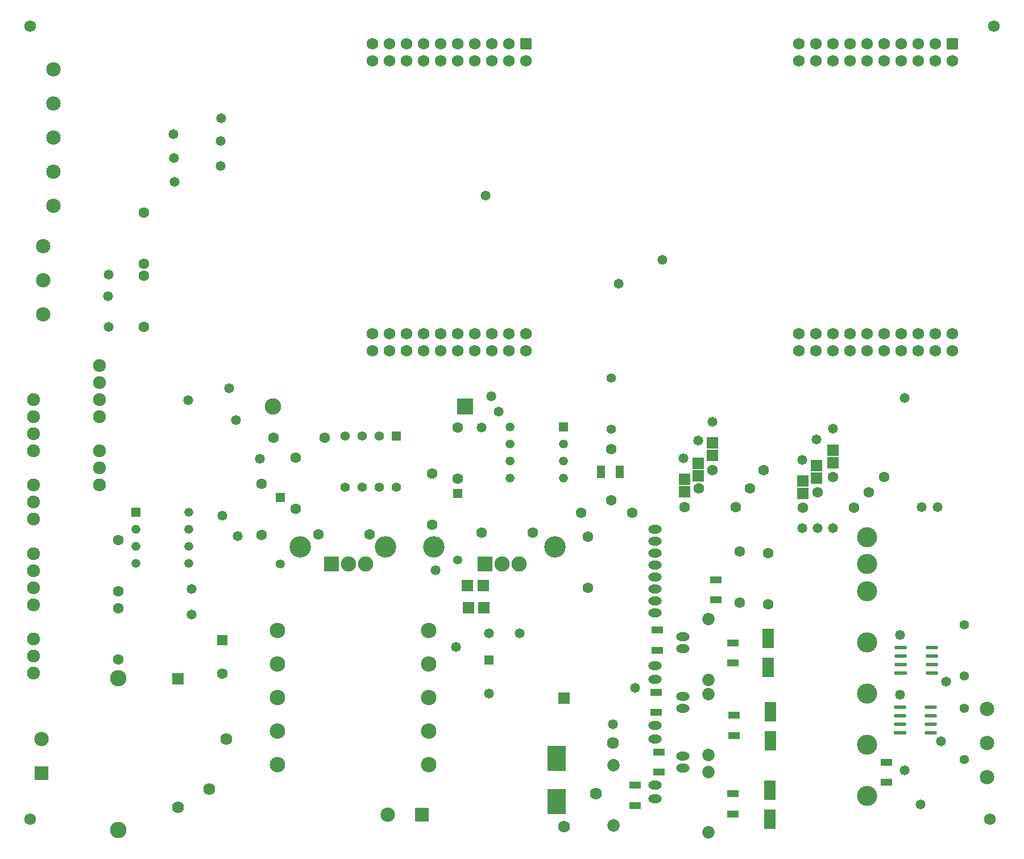
<source format=gbs>
G04*
G04 #@! TF.GenerationSoftware,Altium Limited,Altium Designer,21.2.2 (38)*
G04*
G04 Layer_Color=16711935*
%FSLAX25Y25*%
%MOIN*%
G70*
G04*
G04 #@! TF.SameCoordinates,0CC3C9D5-6B2F-423D-8AA3-22EEB0D6369A*
G04*
G04*
G04 #@! TF.FilePolarity,Negative*
G04*
G01*
G75*
%ADD18R,0.06905X0.07111*%
%ADD27R,0.04540X0.07493*%
%ADD28R,0.06312X0.06312*%
%ADD29C,0.06312*%
%ADD30C,0.06800*%
%ADD31C,0.09068*%
%ADD32C,0.07591*%
%ADD33C,0.12611*%
%ADD34C,0.08477*%
%ADD35C,0.06902*%
G04:AMPARAMS|DCode=36|XSize=69.02mil|YSize=69.02mil|CornerRadius=5.83mil|HoleSize=0mil|Usage=FLASHONLY|Rotation=180.000|XOffset=0mil|YOffset=0mil|HoleType=Round|Shape=RoundedRectangle|*
%AMROUNDEDRECTD36*
21,1,0.06902,0.05736,0,0,180.0*
21,1,0.05736,0.06902,0,0,180.0*
1,1,0.01166,-0.02868,0.02868*
1,1,0.01166,0.02868,0.02868*
1,1,0.01166,0.02868,-0.02868*
1,1,0.01166,-0.02868,-0.02868*
%
%ADD36ROUNDEDRECTD36*%
%ADD37C,0.08950*%
%ADD38R,0.08950X0.08950*%
%ADD39R,0.05249X0.05249*%
%ADD40C,0.05249*%
%ADD41C,0.05524*%
%ADD42O,0.07874X0.05118*%
%ADD43C,0.11811*%
%ADD44C,0.07296*%
%ADD45C,0.05328*%
%ADD46R,0.05328X0.05328*%
%ADD47R,0.08477X0.08477*%
%ADD48C,0.09658*%
%ADD49R,0.09658X0.09658*%
%ADD50R,0.05524X0.05524*%
%ADD51C,0.05820*%
%ADD52R,0.05820X0.05820*%
%ADD53C,0.07060*%
%ADD54C,0.07001*%
%ADD55R,0.07001X0.07001*%
%ADD56R,0.08477X0.08477*%
%ADD57C,0.05800*%
%ADD87R,0.07087X0.03937*%
%ADD88R,0.07378X0.02134*%
G04:AMPARAMS|DCode=89|XSize=73.78mil|YSize=21.34mil|CornerRadius=10.67mil|HoleSize=0mil|Usage=FLASHONLY|Rotation=0.000|XOffset=0mil|YOffset=0mil|HoleType=Round|Shape=RoundedRectangle|*
%AMROUNDEDRECTD89*
21,1,0.07378,0.00000,0,0,0.0*
21,1,0.05244,0.02134,0,0,0.0*
1,1,0.02134,0.02622,0.00000*
1,1,0.02134,-0.02622,0.00000*
1,1,0.02134,-0.02622,0.00000*
1,1,0.02134,0.02622,0.00000*
%
%ADD89ROUNDEDRECTD89*%
%ADD92R,0.07099X0.11824*%
%ADD93R,0.06902X0.06902*%
%ADD94R,0.10642X0.14580*%
D18*
X283630Y141500D02*
D03*
X274370D02*
D03*
X283130Y154500D02*
D03*
X273870D02*
D03*
D27*
X351988Y221000D02*
D03*
X363012D02*
D03*
D28*
X130000Y122343D02*
D03*
D29*
Y102657D02*
D03*
X433500Y174500D02*
D03*
Y144500D02*
D03*
X450000Y173500D02*
D03*
Y143500D02*
D03*
X439500Y211500D02*
D03*
X409500D02*
D03*
X500500Y200000D02*
D03*
X470500D02*
D03*
X509000Y209000D02*
D03*
X479000D02*
D03*
X84000Y373000D02*
D03*
Y343000D02*
D03*
Y336000D02*
D03*
Y306000D02*
D03*
X358000Y234500D02*
D03*
Y204500D02*
D03*
X417500Y222000D02*
D03*
X447500D02*
D03*
X401000Y200500D02*
D03*
X431000D02*
D03*
X488000Y218000D02*
D03*
X518000D02*
D03*
X173000Y229500D02*
D03*
Y199500D02*
D03*
X282000Y185500D02*
D03*
X312000D02*
D03*
X253000Y220000D02*
D03*
Y190000D02*
D03*
X268000Y247000D02*
D03*
Y217000D02*
D03*
X153000Y214000D02*
D03*
Y184000D02*
D03*
X186500Y184500D02*
D03*
X216500D02*
D03*
X160000Y241000D02*
D03*
X190000D02*
D03*
X340500Y197000D02*
D03*
X370500D02*
D03*
X344500Y183000D02*
D03*
Y153000D02*
D03*
X69000Y141000D02*
D03*
Y111000D02*
D03*
Y181000D02*
D03*
Y151000D02*
D03*
D30*
X17500Y17500D02*
D03*
Y482500D02*
D03*
X580000Y17500D02*
D03*
X582500Y482500D02*
D03*
D31*
X251000Y128055D02*
D03*
Y108370D02*
D03*
Y88685D02*
D03*
Y69000D02*
D03*
Y49315D02*
D03*
X162417D02*
D03*
Y69000D02*
D03*
Y88685D02*
D03*
Y108370D02*
D03*
Y128055D02*
D03*
D32*
X58000Y283500D02*
D03*
Y273500D02*
D03*
Y263500D02*
D03*
Y253500D02*
D03*
Y233500D02*
D03*
Y223500D02*
D03*
Y213500D02*
D03*
X19500Y263500D02*
D03*
Y253500D02*
D03*
Y243500D02*
D03*
Y233500D02*
D03*
Y213500D02*
D03*
Y203500D02*
D03*
Y193500D02*
D03*
X19366Y103000D02*
D03*
Y113000D02*
D03*
Y123000D02*
D03*
Y143000D02*
D03*
Y153000D02*
D03*
Y163000D02*
D03*
Y173000D02*
D03*
D33*
X175654Y177000D02*
D03*
X225654D02*
D03*
X254000D02*
D03*
X325260D02*
D03*
D34*
X31000Y377000D02*
D03*
Y397000D02*
D03*
Y417000D02*
D03*
Y437000D02*
D03*
Y457000D02*
D03*
X25000Y353500D02*
D03*
Y333500D02*
D03*
Y313500D02*
D03*
X578500Y42000D02*
D03*
Y62000D02*
D03*
Y82000D02*
D03*
X227000Y20000D02*
D03*
X24000Y64500D02*
D03*
D35*
X558000Y302000D02*
D03*
X548000D02*
D03*
X538000D02*
D03*
X528000D02*
D03*
X518000D02*
D03*
X508000D02*
D03*
X498000D02*
D03*
X488000D02*
D03*
X478000D02*
D03*
X468000D02*
D03*
X558000Y292000D02*
D03*
X548000D02*
D03*
X538000D02*
D03*
X528000D02*
D03*
X518000D02*
D03*
X508000D02*
D03*
X498000D02*
D03*
X488000D02*
D03*
X478000D02*
D03*
X468000D02*
D03*
X548000Y472000D02*
D03*
X538000D02*
D03*
X528000D02*
D03*
X518000D02*
D03*
X508000D02*
D03*
X498000D02*
D03*
X488000D02*
D03*
X478000D02*
D03*
X468000D02*
D03*
X558000Y462000D02*
D03*
X548000D02*
D03*
X538000D02*
D03*
X528000D02*
D03*
X518000D02*
D03*
X508000D02*
D03*
X498000D02*
D03*
X488000D02*
D03*
X478000D02*
D03*
X468000D02*
D03*
X218000Y302000D02*
D03*
X238000D02*
D03*
X228000D02*
D03*
X238000Y292000D02*
D03*
X248000Y302000D02*
D03*
X268000D02*
D03*
X258000D02*
D03*
X278000D02*
D03*
X298000D02*
D03*
X288000D02*
D03*
X218000Y292000D02*
D03*
X228000D02*
D03*
X258000D02*
D03*
X248000D02*
D03*
X268000D02*
D03*
X288000D02*
D03*
X278000D02*
D03*
X298000D02*
D03*
X308000Y302000D02*
D03*
Y292000D02*
D03*
X218000Y472000D02*
D03*
X248000D02*
D03*
X258000D02*
D03*
X228000D02*
D03*
X238000D02*
D03*
X218000Y462000D02*
D03*
X228000D02*
D03*
X238000D02*
D03*
X248000D02*
D03*
X258000D02*
D03*
X288000Y472000D02*
D03*
X268000D02*
D03*
X278000D02*
D03*
X298000D02*
D03*
X288000Y462000D02*
D03*
X298000D02*
D03*
X268000D02*
D03*
X278000D02*
D03*
X308000D02*
D03*
D36*
X558000Y472000D02*
D03*
X308000D02*
D03*
D37*
X304000Y167000D02*
D03*
X294000D02*
D03*
X214000D02*
D03*
X204000D02*
D03*
D38*
X284000D02*
D03*
X194000D02*
D03*
D39*
X79370Y197500D02*
D03*
X330130Y247500D02*
D03*
D40*
X79370Y187500D02*
D03*
Y177500D02*
D03*
Y167500D02*
D03*
X110630D02*
D03*
Y177500D02*
D03*
Y187500D02*
D03*
Y197500D02*
D03*
X298870Y247500D02*
D03*
Y237500D02*
D03*
Y227500D02*
D03*
Y217500D02*
D03*
X330130D02*
D03*
Y227500D02*
D03*
Y237500D02*
D03*
D41*
X565000Y52500D02*
D03*
Y82500D02*
D03*
Y101500D02*
D03*
Y131500D02*
D03*
X358000Y276000D02*
D03*
Y246000D02*
D03*
X222000Y242000D02*
D03*
X212000D02*
D03*
X202000D02*
D03*
Y212000D02*
D03*
X212000D02*
D03*
X222000D02*
D03*
X232000D02*
D03*
D42*
X383874Y187500D02*
D03*
Y180500D02*
D03*
Y173500D02*
D03*
Y166500D02*
D03*
Y159500D02*
D03*
Y152500D02*
D03*
Y145500D02*
D03*
Y138500D02*
D03*
Y107535D02*
D03*
Y99465D02*
D03*
Y72535D02*
D03*
Y64465D02*
D03*
Y37535D02*
D03*
Y29465D02*
D03*
X400016Y124500D02*
D03*
Y117500D02*
D03*
Y89500D02*
D03*
Y82500D02*
D03*
Y54500D02*
D03*
Y47500D02*
D03*
D43*
X508126Y182748D02*
D03*
Y167000D02*
D03*
Y151252D02*
D03*
Y121252D02*
D03*
Y91252D02*
D03*
Y61252D02*
D03*
Y31252D02*
D03*
D44*
X359500Y49216D02*
D03*
Y13783D02*
D03*
X415000Y45217D02*
D03*
Y9783D02*
D03*
X415000Y90716D02*
D03*
Y55283D02*
D03*
Y134716D02*
D03*
Y99283D02*
D03*
D45*
X164000Y167000D02*
D03*
X268000Y169524D02*
D03*
D46*
X164000Y205976D02*
D03*
X268000Y208500D02*
D03*
D47*
X247000Y20000D02*
D03*
D48*
X159902Y259500D02*
D03*
X69000Y11012D02*
D03*
Y99988D02*
D03*
D49*
X272500Y259500D02*
D03*
D50*
X232000Y242000D02*
D03*
D51*
X286500Y91000D02*
D03*
D52*
Y110685D02*
D03*
D53*
X349158Y32472D02*
D03*
X359000Y62000D02*
D03*
X122500Y35000D02*
D03*
X132343Y64528D02*
D03*
D54*
X330500Y13303D02*
D03*
X104000Y24500D02*
D03*
D55*
X330500Y88500D02*
D03*
X104000Y99697D02*
D03*
D56*
X24000Y44500D02*
D03*
D57*
X138000Y251500D02*
D03*
X539500Y26000D02*
D03*
X267000Y118500D02*
D03*
X530000Y264500D02*
D03*
X292000Y256500D02*
D03*
X112000Y137500D02*
D03*
X63000Y324000D02*
D03*
X63500Y336857D02*
D03*
X139000Y183500D02*
D03*
X134000Y270000D02*
D03*
X287929Y265429D02*
D03*
X282000Y247000D02*
D03*
X152250Y228750D02*
D03*
X112000Y152500D02*
D03*
X110000Y263000D02*
D03*
X63500Y306000D02*
D03*
X304500Y126500D02*
D03*
X286500D02*
D03*
X362500Y331500D02*
D03*
X388000Y345500D02*
D03*
X549500Y200500D02*
D03*
X540000D02*
D03*
X284500Y383000D02*
D03*
X101317Y419201D02*
D03*
X101817Y405201D02*
D03*
X102000Y391000D02*
D03*
X129500Y428500D02*
D03*
X129000Y415000D02*
D03*
X400500Y229000D02*
D03*
X409000Y239500D02*
D03*
X470000Y228000D02*
D03*
X478500Y240000D02*
D03*
X488000Y188000D02*
D03*
X479000D02*
D03*
X470000D02*
D03*
X527500Y125500D02*
D03*
Y90500D02*
D03*
X554500Y98000D02*
D03*
X255000Y163500D02*
D03*
X551500Y63000D02*
D03*
X530000Y46000D02*
D03*
X130000Y195500D02*
D03*
X129000Y400500D02*
D03*
X488000Y246500D02*
D03*
X417500Y250500D02*
D03*
X372000Y94500D02*
D03*
X359000Y73000D02*
D03*
D87*
X419500Y157905D02*
D03*
Y146095D02*
D03*
X519500Y39094D02*
D03*
Y50906D02*
D03*
X372000Y37405D02*
D03*
Y25594D02*
D03*
X385000Y116595D02*
D03*
Y128405D02*
D03*
X384500Y80094D02*
D03*
Y91905D02*
D03*
X386000Y45094D02*
D03*
Y56906D02*
D03*
X429500Y32405D02*
D03*
Y20595D02*
D03*
X430000Y78405D02*
D03*
Y66594D02*
D03*
X429500Y120905D02*
D03*
Y109095D02*
D03*
D88*
X527882Y103000D02*
D03*
X527382Y68000D02*
D03*
D89*
X527882Y108000D02*
D03*
Y113000D02*
D03*
Y118000D02*
D03*
X546118D02*
D03*
Y113000D02*
D03*
Y108000D02*
D03*
Y103000D02*
D03*
X527382Y73000D02*
D03*
Y78000D02*
D03*
Y83000D02*
D03*
X545618D02*
D03*
Y78000D02*
D03*
Y73000D02*
D03*
Y68000D02*
D03*
D92*
X451500Y80465D02*
D03*
Y63535D02*
D03*
X451000Y17535D02*
D03*
Y34465D02*
D03*
X450000Y106535D02*
D03*
Y123465D02*
D03*
D93*
X409000Y226142D02*
D03*
Y218858D02*
D03*
X470500Y215642D02*
D03*
Y208358D02*
D03*
X478500Y224642D02*
D03*
Y217358D02*
D03*
X417500Y230858D02*
D03*
Y238142D02*
D03*
X401000Y209358D02*
D03*
Y216642D02*
D03*
X488000Y226358D02*
D03*
Y233642D02*
D03*
D94*
X326000Y53295D02*
D03*
Y27705D02*
D03*
M02*

</source>
